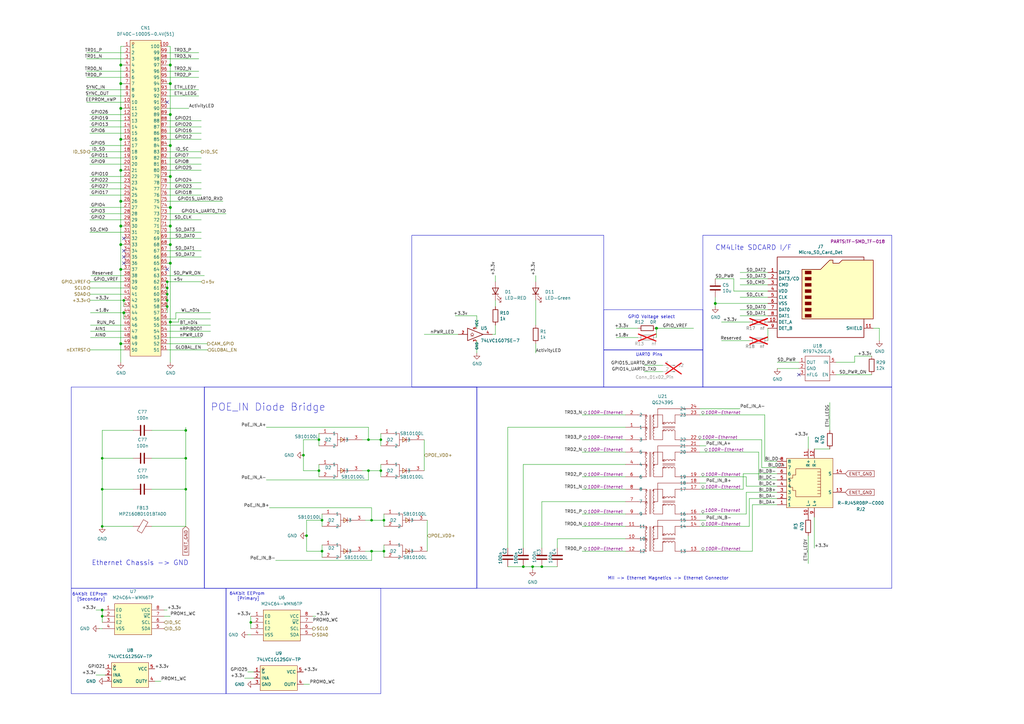
<source format=kicad_sch>
(kicad_sch (version 20231120) (generator "eeschema") (generator_version "8.0")
  (paper "A3")
  (title_block (title "Compute Module 4 IO Board - GPIO - Ethernet") (rev "1") (company "© 2020-2022 Raspberry Pi Ltd (formerly Raspberry Pi (Trading) Ltd.)") (comment 1 "www.raspberrypi.com"))
  (junction (at 49.53 92.71) (diameter 1.016))
  (junction (at 69.85 132.08) (diameter 1.016))
  (junction (at 69.85 59.69) (diameter 1.016))
  (junction (at 156.21 193.04))
  (junction (at 69.85 46.99) (diameter 1.016))
  (junction (at 151.13 193.04))
  (junction (at 269.24 134.62) (diameter 1.016))
  (junction (at 132.08 226.06))
  (junction (at 41.91 187.96))
  (junction (at 76.2 187.96))
  (junction (at 41.91 250.19))
  (junction (at 69.85 72.39) (diameter 1.016))
  (junction (at 69.85 26.67) (diameter 1.016))
  (junction (at 152.4 226.06))
  (junction (at 76.2 200.66))
  (junction (at 69.85 85.09) (diameter 1.016))
  (junction (at 152.4 213.36))
  (junction (at 49.53 69.85) (diameter 1.016))
  (junction (at 157.48 226.06))
  (junction (at 50.8 123.19))
  (junction (at 130.81 180.34))
  (junction (at 130.81 193.04))
  (junction (at 132.08 213.36))
  (junction (at 49.53 26.67) (diameter 1.016))
  (junction (at 49.53 100.33) (diameter 1.016))
  (junction (at 49.53 44.45) (diameter 1.016))
  (junction (at 41.91 215.9))
  (junction (at 151.13 180.34))
  (junction (at 68.58 118.11))
  (junction (at 156.21 180.34))
  (junction (at 222.25 232.41))
  (junction (at 68.58 115.57))
  (junction (at 69.85 107.95) (diameter 1.016))
  (junction (at 76.2 176.53))
  (junction (at 69.85 34.29) (diameter 1.016))
  (junction (at 293.37 124.46) (diameter 1.016))
  (junction (at 69.85 92.71) (diameter 1.016))
  (junction (at 69.85 100.33) (diameter 1.016))
  (junction (at 41.91 252.73))
  (junction (at 49.53 82.55) (diameter 1.016))
  (junction (at 41.91 200.66))
  (junction (at 157.48 213.36))
  (junction (at 50.8 128.27) (diameter 1.016))
  (junction (at 102.87 255.27))
  (junction (at 68.58 120.65))
  (junction (at 68.58 123.19))
  (junction (at 124.46 186.69))
  (junction (at 125.73 219.71))
  (junction (at 214.63 232.41))
  (junction (at 49.53 110.49) (diameter 1.016))
  (junction (at 49.53 34.29) (diameter 1.016))
  (junction (at 218.44 232.41))
  (junction (at 49.53 57.15) (diameter 1.016))
  (junction (at 49.53 140.97) (diameter 1.016))
  (junction (at 68.58 125.73))
  (no_connect (at 327.66 153.67))
  (no_connect (at 68.58 110.49))
  (no_connect (at 50.8 97.79))
  (no_connect (at 68.58 41.91))
  (no_connect (at 50.8 107.95))
  (no_connect (at 50.8 105.41))
  (no_connect (at 50.8 102.87))
  (wire (pts (xy 36.83 118.11) (xy 50.8 118.11)))
  (wire (pts (xy 132.08 213.36) (xy 132.08 215.9)))
  (wire (pts (xy 35.56 36.83) (xy 50.8 36.83)))
  (wire (pts (xy 287.02 210.82) (xy 306.07 210.82)))
  (polyline (pts (xy 247.65 143.51) (xy 248.92 143.51)) (stroke (width 0) (type solid)))
  (wire (pts (xy 152.4 213.36) (xy 157.48 213.36)))
  (wire (pts (xy 306.07 199.39) (xy 318.77 199.39)))
  (wire (pts (xy 49.53 57.15) (xy 50.8 57.15)))
  (wire (pts (xy 195.58 134.62) (xy 195.58 129.54)))
  (wire (pts (xy 69.85 132.08) (xy 69.85 148.59)))
  (wire (pts (xy 307.34 204.47) (xy 318.77 204.47)))
  (wire (pts (xy 68.58 21.59) (xy 81.534 21.59)))
  (wire (pts (xy 214.63 190.5) (xy 256.54 190.5)))
  (wire (pts (xy 311.15 196.85) (xy 318.77 196.85)))
  (wire (pts (xy 203.2 133.35) (xy 203.2 137.16)))
  (wire (pts (xy 109.22 196.85) (xy 151.13 196.85)))
  (wire (pts (xy 54.61 176.53) (xy 41.91 176.53)))
  (wire (pts (xy 173.99 137.16) (xy 187.96 137.16)))
  (wire (pts (xy 69.85 46.99) (xy 69.85 59.69)))
  (wire (pts (xy 49.53 44.45) (xy 49.53 57.15)))
  (wire (pts (xy 68.58 85.09) (xy 69.85 85.09)))
  (wire (pts (xy 127 280.67) (xy 124.46 280.67)))
  (wire (pts (xy 130.81 193.04) (xy 130.81 195.58)))
  (wire (pts (xy 36.83 90.17) (xy 50.8 90.17)))
  (wire (pts (xy 218.44 232.41) (xy 222.25 232.41)))
  (wire (pts (xy 287.02 215.9) (xy 307.34 215.9)))
  (wire (pts (xy 269.24 134.62) (xy 269.24 138.43)))
  (wire (pts (xy 156.21 193.04) (xy 156.21 195.58)))
  (wire (pts (xy 37.084 138.43) (xy 50.8 138.43)))
  (wire (pts (xy 252.73 134.62) (xy 261.62 134.62)))
  (wire (pts (xy 287.02 213.36) (xy 289.56 213.36)))
  (wire (pts (xy 308.61 207.01) (xy 308.61 226.06)))
  (wire (pts (xy 311.15 196.85) (xy 311.15 185.42)))
  (wire (pts (xy 287.02 182.88) (xy 289.56 182.88)))
  (wire (pts (xy 68.58 80.01) (xy 82.55 80.01)))
  (wire (pts (xy 62.23 176.53) (xy 76.2 176.53)))
  (wire (pts (xy 72.136 128.27) (xy 86.36 128.27)))
  (wire (pts (xy 69.85 252.73) (xy 67.31 252.73)))
  (wire (pts (xy 68.58 34.29) (xy 69.85 34.29)))
  (wire (pts (xy 228.6 220.98) (xy 256.54 220.98)))
  (wire (pts (xy 342.9 153.67) (xy 357.505 153.67)))
  (wire (pts (xy 214.63 232.41) (xy 218.44 232.41)))
  (polyline (pts (xy 288.29 158.75) (xy 288.29 96.52)) (stroke (width 0) (type solid)))
  (wire (pts (xy 36.83 115.57) (xy 50.8 115.57)))
  (wire (pts (xy 287.02 170.18) (xy 313.69 170.18)))
  (wire (pts (xy 68.58 52.07) (xy 82.55 52.07)))
  (wire (pts (xy 69.85 85.09) (xy 69.85 92.71)))
  (wire (pts (xy 49.53 19.05) (xy 49.53 26.67)))
  (wire (pts (xy 156.21 190.5) (xy 156.21 193.04)))
  (wire (pts (xy 68.58 125.73) (xy 68.58 128.27)))
  (wire (pts (xy 68.58 36.83) (xy 81.534 36.83)))
  (wire (pts (xy 36.83 59.69) (xy 50.8 59.69)))
  (wire (pts (xy 129.54 252.73) (xy 128.27 252.73)))
  (wire (pts (xy 238.76 195.58) (xy 256.54 195.58)))
  (wire (pts (xy 68.58 44.45) (xy 77.47 44.45)))
  (wire (pts (xy 110.49 208.28) (xy 152.4 208.28)))
  (wire (pts (xy 68.58 87.63) (xy 92.71 87.63)))
  (wire (pts (xy 148.59 193.04) (xy 151.13 193.04)))
  (wire (pts (xy 68.58 133.35) (xy 86.36 133.35)))
  (wire (pts (xy 307.34 215.9) (xy 307.34 204.47)))
  (wire (pts (xy 49.53 69.85) (xy 50.8 69.85)))
  (wire (pts (xy 41.91 187.96) (xy 54.61 187.96)))
  (wire (pts (xy 68.58 19.05) (xy 69.85 19.05)))
  (wire (pts (xy 37.084 133.35) (xy 50.8 133.35)))
  (wire (pts (xy 68.58 67.31) (xy 82.55 67.31)))
  (wire (pts (xy 264.16 152.4) (xy 271.78 152.4)))
  (wire (pts (xy 102.87 255.27) (xy 102.87 257.81)))
  (wire (pts (xy 68.58 107.95) (xy 69.85 107.95)))
  (wire (pts (xy 203.2 123.19) (xy 203.2 125.73)))
  (wire (pts (xy 35.56 39.37) (xy 50.8 39.37)))
  (wire (pts (xy 39.37 276.86) (xy 43.18 276.86)))
  (wire (pts (xy 41.91 200.66) (xy 41.91 215.9)))
  (wire (pts (xy 68.58 140.97) (xy 85.09 140.97)))
  (wire (pts (xy 132.08 210.82) (xy 132.08 213.36)))
  (wire (pts (xy 295.91 132.08) (xy 307.34 132.08)))
  (wire (pts (xy 68.58 46.99) (xy 69.85 46.99)))
  (wire (pts (xy 68.58 138.43) (xy 82.55 138.43)))
  (wire (pts (xy 69.85 132.08) (xy 73.2282 132.08)))
  (wire (pts (xy 68.58 26.67) (xy 69.85 26.67)))
  (wire (pts (xy 287.02 200.66) (xy 304.8 200.66)))
  (wire (pts (xy 68.58 24.13) (xy 81.534 24.13)))
  (wire (pts (xy 50.8 19.05) (xy 49.53 19.05)))
  (wire (pts (xy 130.81 180.34) (xy 130.81 182.88)))
  (wire (pts (xy 37.084 128.27) (xy 50.8 128.27)))
  (wire (pts (xy 62.23 187.96) (xy 76.2 187.96)))
  (wire (pts (xy 68.58 82.55) (xy 91.44 82.55)))
  (wire (pts (xy 219.71 113.03) (xy 219.71 115.57)))
  (wire (pts (xy 50.8 128.27) (xy 51.054 128.27)))
  (wire (pts (xy 222.25 205.74) (xy 256.54 205.74)))
  (wire (pts (xy 50.8 140.97) (xy 49.53 140.97)))
  (wire (pts (xy 300.99 119.38) (xy 300.99 114.3)))
  (wire (pts (xy 36.83 46.99) (xy 50.8 46.99)))
  (wire (pts (xy 36.83 120.65) (xy 50.8 120.65)))
  (wire (pts (xy 222.25 205.74) (xy 222.25 224.79)))
  (polyline (pts (xy 248.92 127) (xy 288.29 127)) (stroke (width 0) (type solid)))
  (wire (pts (xy 151.13 175.26) (xy 151.13 180.34)))
  (wire (pts (xy 314.96 134.62) (xy 314.96 139.7)))
  (wire (pts (xy 149.86 213.36) (xy 152.4 213.36)))
  (wire (pts (xy 68.58 115.57) (xy 82.55 115.57)))
  (wire (pts (xy 350.52 146.05) (xy 350.52 148.59)))
  (wire (pts (xy 331.47 231.14) (xy 331.47 219.71)))
  (wire (pts (xy 69.85 92.71) (xy 69.85 100.33)))
  (wire (pts (xy 306.07 195.58) (xy 306.07 199.39)))
  (wire (pts (xy 49.53 82.55) (xy 50.8 82.55)))
  (wire (pts (xy 124.46 193.04) (xy 130.81 193.04)))
  (wire (pts (xy 76.2 176.53) (xy 76.2 187.96)))
  (wire (pts (xy 219.71 123.19) (xy 219.71 133.35)))
  (wire (pts (xy 68.58 62.23) (xy 82.55 62.23)))
  (wire (pts (xy 69.85 72.39) (xy 69.85 85.09)))
  (wire (pts (xy 36.83 54.61) (xy 50.8 54.61)))
  (wire (pts (xy 68.58 69.85) (xy 82.55 69.85)))
  (wire (pts (xy 287.02 180.34) (xy 312.42 180.34)))
  (wire (pts (xy 76.2 187.96) (xy 76.2 200.66)))
  (wire (pts (xy 222.25 232.41) (xy 228.6 232.41)))
  (wire (pts (xy 313.69 170.18) (xy 313.69 189.23)))
  (wire (pts (xy 49.53 92.71) (xy 50.8 92.71)))
  (wire (pts (xy 318.77 207.01) (xy 308.61 207.01)))
  (wire (pts (xy 208.28 232.41) (xy 214.63 232.41)))
  (wire (pts (xy 68.58 77.47) (xy 82.55 77.47)))
  (wire (pts (xy 62.23 215.9) (xy 76.2 215.9)))
  (wire (pts (xy 195.58 129.54) (xy 186.69 129.54)))
  (wire (pts (xy 49.53 110.49) (xy 49.53 140.97)))
  (wire (pts (xy 304.8 200.66) (xy 304.8 194.31)))
  (wire (pts (xy 238.76 170.18) (xy 256.54 170.18)))
  (wire (pts (xy 287.02 198.12) (xy 289.56 198.12)))
  (wire (pts (xy 214.63 190.5) (xy 214.63 224.79)))
  (wire (pts (xy 68.58 120.65) (xy 68.58 123.19)))
  (wire (pts (xy 313.69 189.23) (xy 318.77 189.23)))
  (wire (pts (xy 342.9 148.59) (xy 350.52 148.59)))
  (wire (pts (xy 238.76 226.06) (xy 256.54 226.06)))
  (wire (pts (xy 36.83 62.23) (xy 50.8 62.23)))
  (wire (pts (xy 82.55 90.17) (xy 68.58 90.17)))
  (wire (pts (xy 148.59 180.34) (xy 151.13 180.34)))
  (wire (pts (xy 68.58 59.69) (xy 69.85 59.69)))
  (wire (pts (xy 152.4 226.06) (xy 157.48 226.06)))
  (wire (pts (xy 62.23 200.66) (xy 76.2 200.66)))
  (wire (pts (xy 36.83 52.07) (xy 50.8 52.07)))
  (wire (pts (xy 41.91 187.96) (xy 41.91 200.66)))
  (wire (pts (xy 252.73 138.43) (xy 261.62 138.43)))
  (wire (pts (xy 39.37 250.19) (xy 41.91 250.19)))
  (wire (pts (xy 36.83 95.25) (xy 50.8 95.25)))
  (wire (pts (xy 37.084 135.89) (xy 50.8 135.89)))
  (wire (pts (xy 113.03 229.87) (xy 152.4 229.87)))
  (wire (pts (xy 68.58 29.21) (xy 81.534 29.21)))
  (wire (pts (xy 151.13 180.34) (xy 156.21 180.34)))
  (wire (pts (xy 334.01 224.79) (xy 334.01 212.09)))
  (wire (pts (xy 109.22 175.26) (xy 151.13 175.26)))
  (wire (pts (xy 314.96 129.54) (xy 303.53 129.54)))
  (wire (pts (xy 238.76 180.34) (xy 256.54 180.34)))
  (wire (pts (xy 68.58 115.57) (xy 68.58 118.11)))
  (wire (pts (xy 124.46 186.69) (xy 124.46 193.04)))
  (wire (pts (xy 35.56 41.91) (xy 50.8 41.91)))
  (polyline (pts (xy 247.65 143.51) (xy 247.65 127)) (stroke (width 0) (type solid)))
  (wire (pts (xy 35.56 21.59) (xy 50.8 21.59)))
  (wire (pts (xy 132.08 213.36) (xy 125.73 213.36)))
  (wire (pts (xy 124.46 180.34) (xy 124.46 186.69)))
  (wire (pts (xy 68.58 31.75) (xy 81.534 31.75)))
  (wire (pts (xy 41.91 215.9) (xy 54.61 215.9)))
  (wire (pts (xy 312.42 191.77) (xy 318.77 191.77)))
  (wire (pts (xy 36.83 85.09) (xy 50.8 85.09)))
  (wire (pts (xy 36.83 49.53) (xy 50.8 49.53)))
  (wire (pts (xy 303.53 111.76) (xy 314.96 111.76)))
  (wire (pts (xy 151.13 193.04) (xy 151.13 196.85)))
  (wire (pts (xy 68.58 39.37) (xy 81.534 39.37)))
  (wire (pts (xy 195.58 139.7) (xy 195.58 144.78)))
  (wire (pts (xy 287.02 195.58) (xy 306.07 195.58)))
  (wire (pts (xy 49.53 100.33) (xy 50.8 100.33)))
  (wire (pts (xy 101.6 275.59) (xy 104.14 275.59)))
  (polyline (pts (xy 365.76 96.52) (xy 365.76 158.75)) (stroke (width 0) (type solid)))
  (wire (pts (xy 203.2 137.16) (xy 201.93 137.16)))
  (wire (pts (xy 264.16 149.86) (xy 271.78 149.86)))
  (wire (pts (xy 156.21 177.8) (xy 156.21 180.34)))
  (wire (pts (xy 36.83 143.51) (xy 50.8 143.51)))
  (wire (pts (xy 304.8 194.31) (xy 318.77 194.31)))
  (polyline (pts (xy 288.29 127) (xy 288.29 143.51)) (stroke (width 0) (type solid)))
  (wire (pts (xy 102.87 252.73) (xy 102.87 255.27)))
  (wire (pts (xy 68.58 113.03) (xy 83.82 113.03)))
  (wire (pts (xy 360.68 134.62) (xy 360.68 139.7)))
  (wire (pts (xy 101.6 260.35) (xy 102.87 260.35)))
  (wire (pts (xy 68.58 64.77) (xy 82.55 64.77)))
  (wire (pts (xy 68.58 49.53) (xy 82.55 49.53)))
  (wire (pts (xy 238.76 210.82) (xy 256.54 210.82)))
  (wire (pts (xy 152.4 208.28) (xy 152.4 213.36)))
  (wire (pts (xy 295.91 139.7) (xy 307.34 139.7)))
  (wire (pts (xy 203.2 113.03) (xy 203.2 115.57)))
  (wire (pts (xy 69.85 26.67) (xy 69.85 34.29)))
  (wire (pts (xy 157.48 210.82) (xy 157.48 213.36)))
  (wire (pts (xy 36.83 67.31) (xy 50.8 67.31)))
  (wire (pts (xy 50.8 125.73) (xy 50.8 123.19)))
  (wire (pts (xy 125.73 226.06) (xy 132.08 226.06)))
  (wire (pts (xy 68.58 118.11) (xy 68.58 120.65)))
  (wire (pts (xy 36.83 64.77) (xy 50.8 64.77)))
  (wire (pts (xy 306.07 201.93) (xy 318.77 201.93)))
  (wire (pts (xy 36.83 80.01) (xy 50.8 80.01)))
  (wire (pts (xy 41.91 250.19) (xy 41.91 252.73)))
  (wire (pts (xy 238.76 185.42) (xy 256.54 185.42)))
  (wire (pts (xy 132.08 226.06) (xy 132.08 228.6)))
  (wire (pts (xy 68.58 74.93) (xy 82.55 74.93)))
  (wire (pts (xy 50.8 130.81) (xy 50.8 128.27)))
  (wire (pts (xy 69.85 59.69) (xy 69.85 72.39)))
  (polyline (pts (xy 365.76 158.75) (xy 288.29 158.75)) (stroke (width 0) (type solid)))
  (wire (pts (xy 312.42 180.34) (xy 312.42 191.77)))
  (wire (pts (xy 293.37 121.92) (xy 293.37 124.46)))
  (wire (pts (xy 68.58 100.33) (xy 69.85 100.33)))
  (wire (pts (xy 228.6 220.98) (xy 228.6 224.79)))
  (wire (pts (xy 68.58 143.51) (xy 85.09 143.51)))
  (wire (pts (xy 238.76 215.9) (xy 256.54 215.9)))
  (wire (pts (xy 132.08 223.52) (xy 132.08 226.06)))
  (wire (pts (xy 49.53 110.49) (xy 50.8 110.49)))
  (wire (pts (xy 303.53 127) (xy 314.96 127)))
  (wire (pts (xy 208.28 175.26) (xy 256.54 175.26)))
  (wire (pts (xy 293.37 114.3) (xy 300.99 114.3)))
  (wire (pts (xy 49.53 44.45) (xy 50.8 44.45)))
  (wire (pts (xy 73.2282 132.08) (xy 73.2282 130.81)))
  (wire (pts (xy 50.8 34.29) (xy 49.53 34.29)))
  (wire (pts (xy 69.85 34.29) (xy 69.85 46.99)))
  (wire (pts (xy 238.76 200.66) (xy 256.54 200.66)))
  (wire (pts (xy 173.99 180.34) (xy 173.99 193.04)))
  (wire (pts (xy 35.56 29.21) (xy 50.8 29.21)))
  (wire (pts (xy 68.58 123.19) (xy 68.58 125.73)))
  (wire (pts (xy 151.13 193.04) (xy 156.21 193.04)))
  (wire (pts (xy 130.81 190.5) (xy 130.81 193.04)))
  (wire (pts (xy 68.58 130.81) (xy 72.136 130.81)))
  (wire (pts (xy 49.53 34.29) (xy 49.53 44.45)))
  (wire (pts (xy 314.96 119.38) (xy 300.99 119.38)))
  (wire (pts (xy 157.48 223.52) (xy 157.48 226.06)))
  (wire (pts (xy 36.83 74.93) (xy 50.8 74.93)))
  (wire (pts (xy 287.02 226.06) (xy 308.61 226.06)))
  (wire (pts (xy 82.55 102.87) (xy 68.58 102.87)))
  (wire (pts (xy 130.81 180.34) (xy 124.46 180.34)))
  (wire (pts (xy 36.83 77.47) (xy 50.8 77.47)))
  (wire (pts (xy 68.58 57.15) (xy 82.55 57.15)))
  (wire (pts (xy 327.66 148.59) (xy 318.77 148.59)))
  (wire (pts (xy 68.58 250.19) (xy 67.31 250.19)))
  (wire (pts (xy 68.58 92.71) (xy 69.85 92.71)))
  (wire (pts (xy 50.8 26.67) (xy 49.53 26.67)))
  (wire (pts (xy 49.53 82.55) (xy 49.53 92.71)))
  (wire (pts (xy 37.2872 113.03) (xy 50.8 113.03)))
  (wire (pts (xy 41.91 200.66) (xy 54.61 200.66)))
  (wire (pts (xy 340.36 184.15) (xy 334.01 184.15)))
  (polyline (pts (xy 288.29 96.52) (xy 365.76 96.52)) (stroke (width 0) (type solid)))
  (wire (pts (xy 49.53 92.71) (xy 49.53 100.33)))
  (wire (pts (xy 157.48 213.36) (xy 157.48 215.9)))
  (wire (pts (xy 49.53 100.33) (xy 49.53 110.49)))
  (wire (pts (xy 69.85 19.05) (xy 69.85 26.67)))
  (wire (pts (xy 49.53 140.97) (xy 49.53 148.59)))
  (wire (pts (xy 130.81 177.8) (xy 130.81 180.34)))
  (wire (pts (xy 218.44 232.41) (xy 218.44 233.68)))
  (wire (pts (xy 219.71 144.78) (xy 219.71 140.97)))
  (wire (pts (xy 36.83 123.19) (xy 50.8 123.19)))
  (wire (pts (xy 41.91 176.53) (xy 41.91 187.96)))
  (wire (pts (xy 149.86 226.06) (xy 152.4 226.06)))
  (wire (pts (xy 76.2 175.26) (xy 76.2 176.53)))
  (polyline (pts (xy 248.92 127) (xy 247.65 127)) (stroke (width 0) (type solid)))
  (wire (pts (xy 314.96 114.3) (xy 303.53 114.3)))
  (wire (pts (xy 314.96 121.92) (xy 303.53 121.92)))
  (wire (pts (xy 72.136 130.81) (xy 72.136 128.27)))
  (wire (pts (xy 152.4 226.06) (xy 152.4 229.87)))
  (wire (pts (xy 49.53 57.15) (xy 49.53 69.85)))
  (wire (pts (xy 358.14 134.62) (xy 360.68 134.62)))
  (wire (pts (xy 68.58 97.79) (xy 82.55 97.79)))
  (wire (pts (xy 69.85 100.33) (xy 69.85 107.95)))
  (wire (pts (xy 125.73 219.71) (xy 125.73 226.06)))
  (wire (pts (xy 68.58 105.41) (xy 82.55 105.41)))
  (wire (pts (xy 66.04 279.4) (xy 63.5 279.4)))
  (wire (pts (xy 76.2 200.66) (xy 76.2 215.9)))
  (polyline (pts (xy 288.29 143.51) (xy 248.92 143.51)) (stroke (width 0) (type solid)))
  (wire (pts (xy 287.02 167.64) (xy 303.53 167.64)))
  (wire (pts (xy 40.64 257.81) (xy 41.91 257.81)))
  (wire (pts (xy 287.02 185.42) (xy 311.15 185.42)))
  (wire (pts (xy 293.37 124.46) (xy 293.37 125.73)))
  (wire (pts (xy 35.56 24.13) (xy 50.8 24.13)))
  (wire (pts (xy 36.83 87.63) (xy 50.8 87.63)))
  (wire (pts (xy 331.47 179.07) (xy 331.47 184.15)))
  (wire (pts (xy 82.55 95.25) (xy 68.58 95.25)))
  (wire (pts (xy 100.33 278.13) (xy 104.14 278.13)))
  (wire (pts (xy 68.58 135.89) (xy 86.36 135.89)))
  (wire (pts (xy 125.73 213.36) (xy 125.73 219.71)))
  (wire (pts (xy 68.58 54.61) (xy 82.55 54.61)))
  (wire (pts (xy 303.53 116.84) (xy 314.96 116.84)))
  (wire (pts (xy 156.21 180.34) (xy 156.21 182.88)))
  (wire (pts (xy 36.83 72.39) (xy 50.8 72.39)))
  (wire (pts (xy 293.37 124.46) (xy 314.96 124.46)))
  (wire (pts (xy 269.24 134.62) (xy 284.48 134.62)))
  (wire (pts (xy 69.85 107.95) (xy 69.85 132.08)))
  (wire (pts (xy 357.505 146.05) (xy 350.52 146.05)))
  (wire (pts (xy 340.36 165.1) (xy 340.36 176.53)))
  (wire (pts (xy 157.48 226.06) (xy 157.48 228.6)))
  (wire (pts (xy 41.91 252.73) (xy 41.91 255.27)))
  (wire (pts (xy 208.28 175.26) (xy 208.28 224.79)))
  (wire (pts (xy 306.07 210.82) (xy 306.07 201.93)))
  (wire (pts (xy 73.2282 130.81) (xy 86.36 130.81)))
  (wire (pts (xy 35.56 31.75) (xy 50.8 31.75)))
  (wire (pts (xy 49.53 69.85) (xy 49.53 82.55)))
  (wire (pts (xy 68.58 72.39) (xy 69.85 72.39)))
  (wire (pts (xy 175.26 213.36) (xy 175.26 226.06)))
  (wire (pts (xy 327.66 151.13) (xy 318.77 151.13)))
  (wire (pts (xy 49.53 26.67) (xy 49.53 34.29)))
  (rectangle (start 29.21 158.75) (end 83.82 241.3))
  (rectangle (start 92.71 241.3) (end 156.21 284.48))
  (rectangle (start 168.91 96.52) (end 247.65 158.75))
  (rectangle (start 29.21 241.3) (end 92.71 284.48))
  (rectangle (start 247.65 143.51) (end 288.29 158.75))
  (rectangle (start 83.82 158.75) (end 195.58 241.3) (stroke (width 0.2)))
  (rectangle (start 195.58 158.75) (end 365.76 241.3))
  (text "MII -> Ethernet Magnetics -> Ethernet Connector" (at 274.066 237.236 0) (effects (font (size 1.27 1.27))))
  (text "Ethernet Chassis -> GND" (at 37.592 232.156 0) (effects (font (size 2.007 2.007)) (justify left bottom)))
  (text "CM4Lite SDCARD I/F" (at 293.37 102.87 0) (effects (font (size 2.007 2.007)) (justify left bottom)))
  (text "UART0 Pins" (at 271.78 146.304 0) (effects (font (size 1.27 1.27)) (justify right bottom)))
  (text "GPIO Voltage select\n" (at 276.86 130.81 0) (effects (font (size 1.27 1.27)) (justify right bottom)))
  (text "POE_IN Diode Bridge" (at 86.36 168.91 0) (effects (font (size 3 3)) (justify left bottom)))
  (text "64Kbit EEProm \n[Primary]" (at 101.854 244.602 0) (effects (font (size 1.27 1.27))))
  (text "64Kbit EEProm \n[Secondary]" (at 37.338 244.856 0) (effects (font (size 1.27 1.27))))
  (label "GPIO15_UART0_RXD" (at 269.24 149.86 180))
  (label "+3.3v" (at 257.81 134.62 180))
  (label "GPIO12" (at 78.74 57.15 180))
  (label "BI_DC-" (at 311.15 196.85 0))
  (label "TRD1_P" (at 238.76 210.82 180))
  (label "PROM1_WC" (at 66.04 279.4 0))
  (label "+3.3v" (at 102.87 252.73 180))
  (label "GPIO25" (at 101.6 275.59 180))
  (label "GPIO23" (at 78.74 77.47 180))
  (label "SD_PWR_ON" (at 71.12 113.03 0))
  (label "PoE_IN_A+" (at 109.22 175.26 180))
  (label "ID_SC" (at 77.47 62.23 180))
  (label "GPIO14_UART0_TXD" (at 92.71 87.63 180))
  (label "TRD2_P" (at 238.76 195.58 180))
  (label "TRD1_P" (at 41.91 21.59 180))
  (label "Reserved" (at 46.355 113.03 180))
  (label "SD_DAT3" (at 306.07 114.3 0))
  (label "SD_DAT3" (at 80.01 95.25 180))
  (label "SD_DAT0" (at 306.07 127 0))
  (label "nPWR_LED" (at 73.66 138.43 0))
  (label "+3.3v" (at 39.37 250.19 180))
  (label "SD_PWR" (at 293.37 114.3 0))
  (label "PoE_IN_A-" (at 109.22 196.85 180))
  (label "ETH_LEDG" (at 340.36 175.26 90))
  (label "SD_DAT0" (at 80.01 97.79 180))
  (label "GPIO14_UART0_TXD" (at 269.24 152.4 180))
  (label "GPIO20" (at 78.74 52.07 180))
  (label "SD_DAT1" (at 306.07 129.54 0))
  (label "+3.3v" (at 68.58 250.19 0))
  (label "+3.3v" (at 219.71 113.03 90))
  (label "+1.8v" (at 257.81 138.43 180))
  (label "TRD1_N" (at 238.76 200.66 180))
  (label "TRD0_P" (at 238.76 226.06 180))
  (label "BT_nDis" (at 81.1276 133.35 180))
  (label "+3.3v" (at 39.37 276.86 180))
  (label "SD_DAT2" (at 80.01 105.41 180))
  (label "EEPROM_nWP" (at 47.752 41.91 180))
  (label "GPIO8" (at 77.47 67.31 180))
  (label "+3.3v" (at 63.5 274.32 0))
  (label "GPIO26" (at 44.45 46.99 180))
  (label "+3.3v" (at 302.26 132.08 180))
  (label "SYNC_IN" (at 43.18 36.83 180))
  (label "GPIO18" (at 78.74 80.01 180))
  (label "GPIO15_UART0_RXD" (at 91.44 82.55 180))
  (label "SD_PWR" (at 318.77 148.59 0))
  (label "GPIO21" (at 43.18 274.32 180))
  (label "TRD2_P" (at 71.374 31.75 0))
  (label "GPIO_VREF" (at 271.78 134.62 0))
  (label "GPIO25" (at 78.74 69.85 180))
  (label "nRPIBOOT" (at 83.0072 135.89 180))
  (label "GPIO_VREF" (at 38.354 115.57 0))
  (label "BI_DB+" (at 311.15 201.93 0))
  (label "GPIO6" (at 43.18 54.61 180))
  (label "TRD3_N" (at 71.374 24.13 0))
  (label "TRD3_P" (at 238.76 180.34 180))
  (label "+3.3v" (at 357.505 146.05 180))
  (label "GPIO13" (at 44.45 52.07 180))
  (label "+3.3v" (at 129.54 252.73 0))
  (label "+3.3v" (at 191.77 129.54 180))
  (label "BI_DC+" (at 311.15 199.39 0))
  (label "GPIO16" (at 78.74 54.61 180))
  (label "AIN1" (at 43.434 135.89 180))
  (label "TRD0_N" (at 41.91 29.21 180))
  (label "PROM1_WC" (at 69.85 252.73 0))
  (label "SD_CMD" (at 44.45 95.25 180))
  (label "GPIO22" (at 44.45 74.93 180))
  (label "SD_CLK" (at 306.07 121.92 0))
  (label "+3.3v" (at 100.33 278.13 180))
  (label "PROM0_WC" (at 127 280.67 0))
  (label "GPIO19" (at 44.45 49.53 180))
  (label "+3.3v" (at 124.46 275.59 0))
  (label "GPIO4" (at 43.18 85.09 180))
  (label "TRD0_N" (at 238.76 215.9 180))
  (label "TRD3_N" (at 238.76 170.18 180))
  (label "GPIO5" (at 43.18 59.69 180))
  (label "+3.3v" (at 44.704 123.19 180))
  (label "PoE_IN_B+" (at 289.56 198.12 0))
  (label "+5v" (at 74.93 115.57 180))
  (label "SYNC_OUT" (at 44.704 39.37 180))
  (label "PoE_IN_B+" (at 110.49 208.28 180))
  (label "BI_DD+" (at 314.96 191.77 0))
  (label "PoE_IN_A+" (at 289.56 182.88 0))
  (label "GLOBAL_EN" (at 82.55 143.51 180))
  (label "GPIO27" (at 44.45 77.47 180))
  (label "+3.3v" (at 334.01 224.79 0))
  (label "GPIO11" (at 44.45 64.77 180))
  (label "+1.8v" (at 44.704 128.27 180))
  (label "PoE_IN_B-" (at 289.56 213.36 0))
  (label "RUN_PG" (at 47.244 133.35 180))
  (label "nPWR_LED" (at 176.53 137.16 0))
  (label "BI_DB-" (at 311.15 194.31 0))
  (label "TRD3_P" (at 71.374 21.59 0))
  (label "GPIO7" (at 77.47 64.77 180))
  (label "SD_DAT1" (at 80.01 102.87 180))
  (label "TRD1_N" (at 41.91 24.13 180))
  (label "ETH_LEDG" (at 71.374 39.37 0))
  (label "ActivityLED" (at 77.47 44.45 0))
  (label "ETH_LEDY" (at 71.374 36.83 0))
  (label "ETH_LEDY" (at 331.47 220.98 270))
  (label "SD_PWR_ON" (at 344.17 153.67 0))
  (label "PROM0_WC" (at 128.27 255.27 0))
  (label "+3.3v" (at 331.47 179.07 180))
  (label "GPIO3" (at 43.18 87.63 180))
  (label "GPIO17" (at 44.45 80.01 180))
  (label "GPIO2" (at 43.18 90.17 180))
  (label "WL_nDis" (at 81.915 128.27 180))
  (label "ID_SD" (at 43.18 62.23 180))
  (label "TRD2_N" (at 71.374 29.21 0))
  (label "GPIO9" (at 43.18 67.31 180))
  (label "TRD2_N" (at 238.76 185.42 180))
  (label "PoE_IN_B-" (at 113.03 229.87 180))
  (label "ActivityLED" (at 219.71 144.78 0))
  (label "SD_CLK" (at 78.74 90.17 180))
  (label "GPIO24" (at 78.74 74.93 180))
  (label "BI_DA-" (at 311.15 204.47 0))
  (label "BI_DD-" (at 313.69 189.23 0))
  (label "SD_CMD" (at 306.07 116.84 0))
  (label "PoE_IN_A-" (at 303.53 167.64 0))
  (label "+3.3v" (at 203.2 113.03 90))
  (label "GPIO10" (at 44.45 72.39 180))
  (label "GPIO21" (at 78.74 49.53 180))
  (label "TRD0_P" (at 41.91 31.75 180))
  (label "AIN0" (at 43.434 138.43 180))
  (label "BI_DA+" (at 311.15 207.01 0))
  (label "SD_DAT2" (at 306.07 111.76 0))
  (label "Reserved" (at 304.165 139.7 180))
  (global_label "ENET_GND" (shape input) (at 346.71 201.93 0) (property "Intersheetrefs" "${INTERSHEET_REFS}" (effects (hide yes))))
  (global_label "ENET_GND" (shape input) (at 346.71 194.31 0) (property "Intersheetrefs" "${INTERSHEET_REFS}" (effects (hide yes))))
  (global_label "ENET_GND" (shape input) (at 76.2 215.9 270) (property "Intersheetrefs" "${INTERSHEET_REFS}" (effects (hide yes))))
  (hierarchical_label "+5v" (shape input) (at 82.55 115.57 0))
  (hierarchical_label "GLOBAL_EN" (shape input) (at 85.09 143.51 0))
  (hierarchical_label "ID_SC" (shape output) (at 82.55 62.23 0))
  (hierarchical_label "SDA0" (shape output) (at 128.27 260.35 0))
  (hierarchical_label "ID_SD" (shape input) (at 67.31 257.81 0))
  (hierarchical_label "POE_VDD+" (shape input) (at 175.26 219.71 0))
  (hierarchical_label "POE_VDD+" (shape input) (at 173.99 186.69 0))
  (hierarchical_label "SCL0" (shape output) (at 128.27 257.81 0))
  (hierarchical_label "ID_SC" (shape input) (at 67.31 255.27 0))
  (hierarchical_label "SCL0" (shape output) (at 36.83 118.11 180))
  (hierarchical_label "ID_SD" (shape output) (at 36.83 62.23 180))
  (hierarchical_label "GPIO_VREF" (shape output) (at 36.83 115.57 180))
  (hierarchical_label "SDA0" (shape output) (at 36.83 120.65 180))
  (hierarchical_label "CAM_GPIO" (shape output) (at 85.09 140.97 0))
  (hierarchical_label "nEXTRST" (shape output) (at 36.83 143.51 180))
  (hierarchical_label "+3.3v" (shape output) (at 36.83 123.19 180))
  (netclass_flag "" (length 1) (shape round) (at 240.03 200.66 0) (property "Netclass" "100R-Ethernet" (at 240.919 199.66 0) (effects (font (italic yes)) (justify left))))
  (netclass_flag "" (length 1) (shape round) (at 240.03 215.9 0) (property "Netclass" "100R-Ethernet" (at 240.919 214.9 0) (effects (font (italic yes)) (justify left))))
  (netclass_flag "" (length 1) (shape round) (at 288.29 226.06 0) (property "Netclass" "100R-Ethernet" (at 289.179 225.06 0) (effects (font (italic yes)) (justify left))))
  (netclass_flag "" (length 1) (shape round) (at 289.56 185.42 0) (property "Netclass" "100R-Ethernet" (at 290.449 184.42 0) (effects (font (italic yes)) (justify left))))
  (netclass_flag "" (length 1) (shape round) (at 240.03 226.06 0) (property "Netclass" "100R-Ethernet" (at 240.919 225.06 0) (effects (font (italic yes)) (justify left))))
  (netclass_flag "" (length 1) (shape round) (at 288.29 215.9 0) (property "Netclass" "100R-Ethernet" (at 289.179 214.9 0) (effects (font (italic yes)) (justify left))))
  (netclass_flag "" (length 1) (shape round) (at 288.29 200.66 0) (property "Netclass" "100R-Ethernet" (at 289.179 199.66 0) (effects (font (italic yes)) (justify left))))
  (netclass_flag "" (length 1) (shape round) (at 240.03 185.42 0) (property "Netclass" "100R-Ethernet" (at 240.919 184.42 0) (effects (font (italic yes)) (justify left))))
  (netclass_flag "" (length 1) (shape round) (at 240.03 180.34 0) (property "Netclass" "100R-Ethernet" (at 240.919 179.34 0) (effects (font (italic yes)) (justify left))))
  (netclass_flag "" (length 1) (shape round) (at 288.29 170.18 0) (property "Netclass" "100R-Ethernet" (at 289.179 169.18 0) (effects (font (italic yes)) (justify left))))
  (netclass_flag "" (length 1) (shape round) (at 240.03 210.82 0) (property "Netclass" "100R-Ethernet" (at 240.919 209.82 0) (effects (font (italic yes)) (justify left))))
  (netclass_flag "" (length 1) (shape round) (at 287.02 180.34 0) (property "Netclass" "100R-Ethernet" (at 287.909 179.34 0) (effects (font (italic yes)) (justify left))))
  (netclass_flag "" (length 1) (shape round) (at 288.29 210.82 0) (property "Netclass" "100R-Ethernet" (at 289.052 209.296 0) (effects (font (italic yes)) (justify left))))
  (netclass_flag "" (length 1) (shape round) (at 288.29 195.58 0) (property "Netclass" "100R-Ethernet" (at 289.179 194.58 0) (effects (font (italic yes)) (justify left))))
  (netclass_flag "" (length 1) (shape round) (at 240.03 195.58 0) (property "Netclass" "100R-Ethernet" (at 240.919 194.58 0) (effects (font (italic yes)) (justify left))))
  (netclass_flag "" (length 1) (shape round) (at 240.03 170.18 0) (property "Netclass" "100R-Ethernet" (at 240.919 169.18 0) (effects (font (italic yes)) (justify left))))
  (symbol (lib_id "Device:C") (at 293.37 118.11 0) (unit 1)
    (property "Reference" "C5" (at 296.291 116.9416 0) (effects (justify left)))
    (property "Value" "10u" (at 296.291 119.253 0) (effects (justify left)))
    (property "Footprint" "Capacitor_SMD:C_0402_1005Metric" (effects (hide yes)))
    (property "Datasheet" "https://search.murata.co.jp/Ceramy/image/img/A01X/G101/ENG/GRM21BR71A106KA73-01.pdf" (effects (hide yes)))
    (property "Field5" "490-14381-1-ND" (effects (hide yes)))
    (property "Field4" "Digikey" (effects (hide yes)))
    (property "Field6" "GRM21BR71A106KA73L" (effects (hide yes)))
    (property "Field7" "Murata" (effects (hide yes)))
    (property "Part Description" "	10uF 10% 10V Ceramic Capacitor X7R 0805 (2012 Metric)" (effects (hide yes)))
    (property "Field8" "111893011" (effects (hide yes)))
    (property "LCSC Part" "C315248" (effects (hide yes)))
  )
  (symbol (lib_id "power:GND") (at 49.53 148.59 0) (unit 1)
    (property "Reference" "#PWR0104" (effects (hide yes)))
    (property "Value" "GND" (at 49.657 152.9842 0))
  )
  (symbol (lib_id "power:GND") (at 69.85 148.59 0) (unit 1)
    (property "Reference" "#PWR0105" (effects (hide yes)))
    (property "Value" "GND" (at 69.977 152.9842 0))
  )
  (symbol (lib_id "power:GND") (at 293.37 125.73 0) (unit 1)
    (property "Reference" "#PWR0107" (effects (hide yes)))
    (property "Value" "GND" (at 293.497 130.1242 0))
  )
  (symbol (lib_id "power:GND") (at 360.68 139.7 0) (unit 1)
    (property "Reference" "#PWR0108" (effects (hide yes)))
    (property "Value" "GND" (at 360.807 144.0942 0))
  )
  (symbol (lib_id "NEW:SB10100L") (at 139.7 213.36 0) (unit 1)
    (property "Reference" "D2" (at 135.89 213.36 0))
    (property "Value" "SB10100L" (at 127 212.09 0))
    (property "Footprint" "PARTS:TO-277A_L4.7-W6.1-LS6.6-TR" (effects (hide yes)))
    (property "Datasheet" "https://lcsc.com/product-detail/Schottky-Barrier-Diodes-SBD_Jiangsu-Yutai-Elec-SB10100L_C113946.html" (effects (hide yes)))
    (property "LCSC Part" "C113946" (effects (hide yes)))
    (instances (project "PCIE_2.5GB_RTL8215BCG" (path "" (reference "D2") (unit 1))) (project "CM4IOv5" (path "" (reference "D5") (unit 1))))
  )
  (symbol (lib_id "NEW:SB10100L") (at 165.1 226.06 0) (unit 1)
    (property "Reference" "D2" (at 161.29 226.06 0))
    (property "Value" "SB10100L" (at 170.18 228.6 0))
    (property "Footprint" "PARTS:TO-277A_L4.7-W6.1-LS6.6-TR" (effects (hide yes)))
    (property "Datasheet" "https://lcsc.com/product-detail/Schottky-Barrier-Diodes-SBD_Jiangsu-Yutai-Elec-SB10100L_C113946.html" (effects (hide yes)))
    (property "LCSC Part" "C113946" (effects (hide yes)))
    (instances (project "PCIE_2.5GB_RTL8215BCG" (path "" (reference "D2") (unit 1))) (project "CM4IOv5" (path "" (reference "D10") (unit 1))))
  )
  (symbol (lib_id "power:GND") (at 218.44 233.68 0) (unit 1)
    (property "Reference" "#PWR022" (effects (hide yes)))
    (property "Value" "GND" (at 218.44 238.76 0))
  )
  (symbol (lib_name "GND_1") (lib_id "power:GND") (at 40.64 257.81 270) (unit 1)
    (property "Reference" "#PWR023" (effects (hide yes)))
    (property "Value" "GND" (at 36.83 257.8099 90) (effects (justify right)))
    (property "Description" "Power symbol creates a global label with name \"GND\" , ground" (effects (hide yes)))
  )
  (symbol (lib_id "NEW:R-RJ45R08P-C000") (at 331.47 196.85 270) (mirror x) (unit 1)
    (property "Reference" "RJ2" (at 353.06 208.8581 90))
    (property "Value" "R-RJ45R08P-C000" (at 353.06 206.3181 90))
    (property "Footprint" "PARTS:RJ45-TH_R-RJ45R08P-C000" (effects (hide yes)))
    (property "Datasheet" "https://lcsc.com/product-detail/Ethernet-Connectors-Modular-Connectors-RJ45-RJ11_Shenzhen-Cankemeng-R-RJ45R08P-C000_C386757.html" (effects (hide yes)))
    (property "LCSC Part" "C386757" (effects (hide yes)))
  )
  (symbol (lib_id "Device:FerriteBead") (at 58.42 215.9 270) (unit 1)
    (property "Reference" "FB13" (at 58.4708 208.28 90))
    (property "Value" "MPZ1608D101BTA00" (at 58.4708 210.82 90))
    (property "Footprint" "Inductor_SMD:L_0603_1608Metric" (effects (hide yes)))
    (property "LCSC Part" "C87554" (effects (hide yes)))
    (instances (project "PCIE_2.5GB_RTL8215BCG" (path "" (reference "FB13") (unit 1))) (project "CM4IOv5" (path "" (reference "FB1") (unit 1))))
  )
  (symbol (lib_id "Device:R") (at 265.43 138.43 90) (unit 1) (dnp yes)
    (property "Reference" "R13" (at 264.16 140.97 90) (effects (justify left)))
    (property "Value" "nf" (at 269.24 140.97 90) (effects (justify left)))
    (property "Footprint" "Resistor_SMD:R_0805_2012Metric" (effects (hide yes)))
    (property "Datasheet" "https://fscdn.rohm.com/en/products/databook/datasheet/passive/resistor/chip_resistor/mcr-e.pdf" (effects (hide yes)))
    (property "Field4" "nf" (effects (hide yes)))
    (property "Field5" "nf" (effects (hide yes)))
    (property "Field6" "nf" (effects (hide yes)))
  )
  (symbol (lib_id "power:GND") (at 195.58 144.78 0) (unit 1)
    (property "Reference" "#PWR05" (effects (hide yes)))
    (property "Value" "GND" (at 195.707 149.1742 0))
  )
  (symbol (lib_name "GND_1") (lib_id "power:GND") (at 104.14 280.67 270) (unit 1)
    (property "Reference" "#PWR027" (effects (hide yes)))
    (property "Value" "GND" (at 100.33 280.6699 90) (effects (justify right)))
    (property "Description" "Power symbol creates a global label with name \"GND\" , ground" (effects (hide yes)))
  )
  (symbol (lib_id "NEW:SB10100L") (at 165.1 213.36 0) (unit 1)
    (property "Reference" "D2" (at 161.29 213.36 0))
    (property "Value" "SB10100L" (at 170.18 210.82 0))
    (property "Footprint" "PARTS:TO-277A_L4.7-W6.1-LS6.6-TR" (effects (hide yes)))
    (property "Datasheet" "https://lcsc.com/product-detail/Schottky-Barrier-Diodes-SBD_Jiangsu-Yutai-Elec-SB10100L_C113946.html" (effects (hide yes)))
    (property "LCSC Part" "C113946" (effects (hide yes)))
    (instances (project "PCIE_2.5GB_RTL8215BCG" (path "" (reference "D2") (unit 1))) (project "CM4IOv5" (path "" (reference "D9") (unit 1))))
  )
  (symbol (lib_id "Device:LED") (at 203.2 119.38 90) (unit 1)
    (property "Reference" "D1" (at 207.01 119.6974 90) (effects (justify right)))
    (property "Value" "LED-RED" (at 207.01 122.2374 90) (effects (justify right)))
    (property "Footprint" "LED_SMD:LED_0402_1005Metric" (effects (hide yes)))
    (property "Description" "Light emitting diode" (effects (hide yes)))
    (property "LCSC Part" "C434445" (effects (hide yes)))
  )
  (symbol (lib_id "PARTS:M24C64-WMN6TP") (at 54.61 254 0) (unit 1)
    (property "Reference" "U7" (at 54.61 242.57 0))
    (property "Value" "M24C64-WMN6TP" (at 54.61 245.11 0))
    (property "Footprint" "PARTS:SOIC-8_L5.0-W4.0-P1.27-LS6.0-BL" (effects (hide yes)))
    (property "Datasheet" "https://lcsc.com/product-detail/EEPROM_STMicroelectronics_M24C64-WMN6TP_M24C64-WMN6TP_C7999.html" (effects (hide yes)))
    (property "LCSC Part" "C7999" (effects (hide yes)))
  )
  (symbol (lib_id "Device:LED") (at 219.71 119.38 90) (unit 1)
    (property "Reference" "D11" (at 223.52 119.6974 90) (effects (justify right)))
    (property "Value" "LED-Green" (at 223.52 122.2374 90) (effects (justify right)))
    (property "Footprint" "LED_SMD:LED_0402_1005Metric" (effects (hide yes)))
    (property "Description" "Light emitting diode" (effects (hide yes)))
    (property "LCSC Part" "C434446" (effects (hide yes)))
  )
  (symbol (lib_id "power:GND") (at 125.73 219.71 270) (unit 1)
    (property "Reference" "#PWR079" (effects (hide yes)))
    (property "Value" "GND" (at 121.92 219.71 90) (effects (justify right)))
    (instances (project "PCIE_2.5GB_RTL8215BCG" (path "" (reference "#PWR079") (unit 1))) (project "CM4IOv5" (path "" (reference "#PWR03") (unit 1))))
  )
  (symbol (lib_id "Device:R") (at 357.505 149.86 0) (unit 1)
    (property "Reference" "R29" (at 359.283 148.6916 0) (effects (justify left)))
    (property "Value" "12k" (at 359.283 151.003 0) (effects (justify left)))
    (property "Footprint" "Resistor_SMD:R_0402_1005Metric" (effects (hide yes)))
    (property "Datasheet" "https://fscdn.rohm.com/en/products/databook/datasheet/passive/resistor/chip_resistor/mcr-e.pdf" (effects (hide yes)))
    (property "Field4" "Farnell" (effects (hide yes)))
    (property "Field5" "9239367" (effects (hide yes)))
    (property "Field7" "Rohm" (effects (hide yes)))
    (property "Field6" "MCR01MZPF1202" (effects (hide yes)))
    (property "Part Description" "Resistor 12K M1005 1% 63mW" (effects (hide yes)))
    (property "LCSC Part" "C102781" (effects (hide yes)))
  )
  (symbol (lib_id "Device:R") (at 331.47 215.9 0) (mirror y) (unit 1)
    (property "Reference" "R3" (at 326.39 215.9 90))
    (property "Value" "470" (at 328.93 215.9 90))
    (property "Footprint" "Resistor_SMD:R_0402_1005Metric" (effects (hide yes)))
    (property "Datasheet" "https://fscdn.rohm.com/en/products/databook/datasheet/passive/resistor/chip_resistor/mcr-e.pdf" (effects (hide yes)))
    (property "Field4" "Farnell" (effects (hide yes)))
    (property "Field5" "9239197" (effects (hide yes)))
    (property "Field7" "KOA EUROPE GMBH" (effects (hide yes)))
    (property "Field6" "RK73G1ETQTP4700D         " (effects (hide yes)))
    (property "Field8" "120887981" (effects (hide yes)))
    (property "Part Description" "Resistor 470R M1005 1% 63mW" (effects (hide yes)))
    (property "LCSC Part" "C25167" (effects (hide yes)))
  )
  (symbol (lib_id "Device:R") (at 340.36 180.34 0) (mirror x) (unit 1)
    (property "Reference" "R2" (at 335.1022 180.34 90))
    (property "Value" "470" (at 337.4136 180.34 90))
    (property "Footprint" "Resistor_SMD:R_0402_1005Metric" (effects (hide yes)))
    (property "Datasheet" "https://fscdn.rohm.com/en/products/databook/datasheet/passive/resistor/chip_resistor/mcr-e.pdf" (effects (hide yes)))
    (property "Field4" "Farnell" (effects (hide yes)))
    (property "Field5" "9239197" (effects (hide yes)))
    (property "Field7" "KOA EUROPE GMBH" (effects (hide yes)))
    (property "Field6" "RK73G1ETQTP4700D         " (effects (hide yes)))
    (property "Field8" "120887981" (effects (hide yes)))
    (property "Part Description" "Resistor 470R M1005 1% 63mW" (effects (hide yes)))
    (property "LCSC Part" "C25167" (effects (hide yes)))
  )
  (symbol (lib_id "Device:C") (at 214.63 228.6 0) (unit 1)
    (property "Reference" "C1" (at 213.36 227.33 90) (effects (justify left)))
    (property "Value" "100n" (at 211.582 231.394 90) (effects (justify left)))
    (property "Footprint" "Capacitor_SMD:C_0402_1005Metric" (effects (hide yes)))
    (property "Datasheet" "https://datasheet.lcsc.com/lcsc/2304140030_YAGEO-CC0402KRX7R6BB104_C309458.pdf" (effects (hide yes)))
    (property "LCSC Part" "C309458" (effects (hide yes)))
    (property "Part Description" "10V 100nF X7R ±10% 0402 Multilayer Ceramic Capacitors MLCC - SMD/SMT ROHS" (effects (hide yes)))
  )
  (symbol (lib_id "CM4IO:74LVC1G07_copy") (at 195.58 137.16 0) (unit 1)
    (property "Reference" "U5" (at 197.104 134.62 0) (effects (justify left)))
    (property "Value" "74LVC1G07SE-7" (at 197.104 139.7 0) (effects (justify left)))
    (property "Footprint" "Package_TO_SOT_SMD:SOT-353_SC-70-5" (effects (hide yes)))
    (property "Datasheet" "https://www.diodes.com/assets/Datasheets/74LVC1G07.pdf" (effects (hide yes)))
    (property "Field4" "Farnell" (effects (hide yes)))
    (property "Field5" "2425492" (effects (hide yes)))
    (property "Field6" "74LVC1G07SE-7" (effects (hide yes)))
    (property "Field7" "Diodes" (effects (hide yes)))
    (property "Part Description" "Buffer, Non-Inverting 1 Element 1 Bit per Element Open Drain Output SOT-353" (effects (hide yes)))
    (property "LCSC Part" "C7464692" (effects (hide yes)))
  )
  (symbol (lib_id "NEW:SB10100L") (at 139.7 226.06 0) (unit 1)
    (property "Reference" "D2" (at 135.89 224.79 0))
    (property "Value" "SB10100L" (at 146.05 228.6 0))
    (property "Footprint" "PARTS:TO-277A_L4.7-W6.1-LS6.6-TR" (effects (hide yes)))
    (property "Datasheet" "https://lcsc.com/product-detail/Schottky-Barrier-Diodes-SBD_Jiangsu-Yutai-Elec-SB10100L_C113946.html" (effects (hide yes)))
    (property "LCSC Part" "C113946" (effects (hide yes)))
    (instances (project "PCIE_2.5GB_RTL8215BCG" (path "" (reference "D2") (unit 1))) (project "CM4IOv5" (path "" (reference "D6") (unit 1))))
  )
  (symbol (lib_id "NEW:QG2439S") (at 271.78 198.12 0) (unit 1)
    (property "Reference" "U21" (at 271.78 162.56 0))
    (property "Value" "QG2439S" (at 271.78 165.1 0))
    (property "Footprint" "PARTS:SMD-24_L15.1-W7.1-P1.00-LS10.0-BL" (effects (hide yes)))
    (property "LCSC Part" "C3003223" (effects (hide yes)))
    (instances (project "PCIE_2.5GB_RTL8215BCG" (path "" (reference "U21") (unit 1))) (project "CM4IOv5" (path "" (reference "U1") (unit 1))))
  )
  (symbol (lib_id "Device:R") (at 203.2 129.54 0) (unit 1)
    (property "Reference" "R10" (at 204.978 128.3716 0) (effects (justify left)))
    (property "Value" "1k" (at 204.978 130.683 0) (effects (justify left)))
    (property "Footprint" "Resistor_SMD:R_0402_1005Metric" (effects (hide yes)))
    (property "Field4" "Farnell" (effects (hide yes)))
    (property "Field5" "9239235" (effects (hide yes)))
    (property "Field7" "KOA EUROPE GMBH" (effects (hide yes)))
    (property "Field6" "RK73H1ETTP1001F" (effects (hide yes)))
    (property "Field8" "125049511" (effects (hide yes)))
    (property "LCSC Part" "C11702" (effects (hide yes)))
  )
  (symbol (lib_id "Connector:Micro_SD_Card_Det") (at 337.82 121.92 0) (unit 1)
    (property "Reference" "J7" (at 336.55 101.1682 0))
    (property "Value" "Micro_SD_Card_Det" (at 336.55 103.4796 0))
    (property "Footprint" "PARTS:TF-SMD_TF-018" (at 351.79 99.06 0))
    (property "Datasheet" "https://www.hirose.com/product/en/download_file/key_name/DM3/category/Catalog/doc_file_id/49662/?file_category_id=4&item_id=195&is_series=1" (effects (hide yes)))
    (property "Field4" "Farnell" (effects (hide yes)))
    (property "Field5" "2358234" (effects (hide yes)))
    (property "Field6" "503398-1892" (effects (hide yes)))
    (property "Field7" "Molex" (effects (hide yes)))
    (property "Part Description" "9 (8 + 1) Position Card Connector microSD™ Surface Mount, Right Angle Gold" (effects (hide yes)))
    (property "Field8" "UCON00512" (effects (hide yes)))
    (property "LCSC Part" "C961679" (effects (hide yes)))
  )
  (symbol (lib_id "Device:R") (at 311.15 132.08 90) (unit 1) (dnp yes)
    (property "Reference" "R17" (at 309.88 134.62 90) (effects (justify left)))
    (property "Value" "nf" (at 313.69 134.62 90) (effects (justify left)))
    (property "Footprint" "Resistor_SMD:R_0402_1005Metric" (effects (hide yes)))
    (property "Datasheet" "https://fscdn.rohm.com/en/products/databook/datasheet/passive/resistor/chip_resistor/mcr-e.pdf" (effects (hide yes)))
    (property "Field4" "Farnell" (effects (hide yes)))
    (property "Field5" "9239235" (effects (hide yes)))
    (property "Field7" "KOA EUROPE GMBH" (effects (hide yes)))
    (property "Field6" "RK73H1ETTP1001F" (effects (hide yes)))
    (property "Part Description" "Resistor 1K M1005 1% 63mW" (effects (hide yes)))
    (property "Field8" "125049511" (effects (hide yes)))
  )
  (symbol (lib_id "NEW:SB10100L") (at 163.83 193.04 0) (unit 1)
    (property "Reference" "D2" (at 160.02 193.04 0))
    (property "Value" "SB10100L" (at 168.91 195.58 0))
    (property "Footprint" "PARTS:TO-277A_L4.7-W6.1-LS6.6-TR" (effects (hide yes)))
    (property "Datasheet" "https://lcsc.com/product-detail/Schottky-Barrier-Diodes-SBD_Jiangsu-Yutai-Elec-SB10100L_C113946.html" (effects (hide yes)))
    (property "LCSC Part" "C113946" (effects (hide yes)))
    (instances (project "PCIE_2.5GB_RTL8215BCG" (path "" (reference "D2") (unit 1))) (project "CM4IOv5" (path "" (reference "D8") (unit 1))))
  )
  (symbol (lib_id "Device:C") (at 228.6 228.6 0) (unit 1)
    (property "Reference" "C4" (at 227.33 227.584 90) (effects (justify left)))
    (property "Value" "100n" (at 225.806 231.14 90) (effects (justify left)))
    (property "Footprint" "Capacitor_SMD:C_0402_1005Metric" (effects (hide yes)))
    (property "Datasheet" "https://datasheet.lcsc.com/lcsc/2304140030_YAGEO-CC0402KRX7R6BB104_C309458.pdf" (effects (hide yes)))
    (property "LCSC Part" "C309458" (effects (hide yes)))
    (property "Part Description" "10V 100nF X7R ±10% 0402 Multilayer Ceramic Capacitors MLCC - SMD/SMT ROHS" (effects (hide yes)))
  )
  (symbol (lib_id "Device:C") (at 58.42 176.53 90) (unit 1)
    (property "Reference" "C77" (at 58.42 168.91 90))
    (property "Value" "100n" (at 58.42 171.45 90))
    (property "Footprint" "Capacitor_SMD:C_0402_1005Metric" (effects (hide yes)))
    (property "Datasheet" "https://datasheet.lcsc.com/lcsc/2304140030_YAGEO-CC0402KRX7R6BB104_C309458.pdf" (effects (hide yes)))
    (property "LCSC Part" "C309458" (effects (hide yes)))
    (property "Part Description" "10V 100nF X7R ±10% 0402 Multilayer Ceramic Capacitors MLCC - SMD/SMT ROHS" (effects (hide yes)))
    (instances (project "PCIE_2.5GB_RTL8215BCG" (path "" (reference "C77") (unit 1))) (project "CM4IOv5" (path "" (reference "C6") (unit 1))))
  )
  (symbol (lib_id "Connector:Conn_01x02_Pin") (at 276.86 149.86 0) (mirror y) (unit 1) (dnp yes)
    (property "Reference" "J2" (at 278.13 149.8599 0) (effects (justify right)))
    (property "Value" "Conn_01x02_Pin" (at 260.604 154.686 0) (effects (justify right)))
    (property "Footprint" "Connector_PinHeader_2.54mm:PinHeader_1x02_P2.54mm_Vertical" (effects (hide yes)))
    (property "Description" "Generic connector, single row, 01x02, script generated" (effects (hide yes)))
  )
  (symbol (lib_id "Device:C") (at 58.42 187.96 90) (unit 1)
    (property "Reference" "C77" (at 58.42 180.34 90))
    (property "Value" "100n" (at 58.42 182.88 90))
    (property "Footprint" "Capacitor_SMD:C_0402_1005Metric" (effects (hide yes)))
    (property "Datasheet" "https://datasheet.lcsc.com/lcsc/2304140030_YAGEO-CC0402KRX7R6BB104_C309458.pdf" (effects (hide yes)))
    (property "LCSC Part" "C309458" (effects (hide yes)))
    (property "Part Description" "10V 100nF X7R ±10% 0402 Multilayer Ceramic Capacitors MLCC - SMD/SMT ROHS" (effects (hide yes)))
    (instances (project "PCIE_2.5GB_RTL8215BCG" (path "" (reference "C77") (unit 1))) (project "CM4IOv5" (path "" (reference "C7") (unit 1))))
  )
  (symbol (lib_id "power:GND") (at 41.91 215.9 0) (unit 1)
    (property "Reference" "#PWR089" (effects (hide yes)))
    (property "Value" "GND" (at 41.91 220.98 0))
    (instances (project "PCIE_2.5GB_RTL8215BCG" (path "" (reference "#PWR089") (unit 1))) (project "CM4IOv5" (path "" (reference "#PWR04") (unit 1))))
  )
  (symbol (lib_id "Device:C") (at 222.25 228.6 0) (unit 1)
    (property "Reference" "C3" (at 220.98 227.838 90) (effects (justify left)))
    (property "Value" "100n" (at 219.202 230.886 90) (effects (justify left)))
    (property "Footprint" "Capacitor_SMD:C_0402_1005Metric" (effects (hide yes)))
    (property "Datasheet" "https://datasheet.lcsc.com/lcsc/2304140030_YAGEO-CC0402KRX7R6BB104_C309458.pdf" (effects (hide yes)))
    (property "LCSC Part" "C309458" (effects (hide yes)))
    (property "Part Description" "10V 100nF X7R ±10% 0402 Multilayer Ceramic Capacitors MLCC - SMD/SMT ROHS" (effects (hide yes)))
  )
  (symbol (lib_id "PARTS:M24C64-WMN6TP") (at 115.57 256.54 0) (unit 1)
    (property "Reference" "U6" (at 115.57 245.11 0))
    (property "Value" "M24C64-WMN6TP" (at 115.57 247.65 0))
    (property "Footprint" "PARTS:SOIC-8_L5.0-W4.0-P1.27-LS6.0-BL" (effects (hide yes)))
    (property "Datasheet" "https://lcsc.com/product-detail/EEPROM_STMicroelectronics_M24C64-WMN6TP_M24C64-WMN6TP_C7999.html" (effects (hide yes)))
    (property "LCSC Part" "C7999" (effects (hide yes)))
  )
  (symbol (lib_id "Device:R") (at 265.43 134.62 90) (unit 1)
    (property "Reference" "R12" (at 264.16 132.08 90) (effects (justify left)))
    (property "Value" "0R" (at 269.24 132.08 90) (effects (justify left)))
    (property "Footprint" "Resistor_SMD:R_0805_2012Metric" (effects (hide yes)))
    (property "Datasheet" "https://fscdn.rohm.com/en/products/databook/datasheet/passive/resistor/chip_resistor/mcr-e.pdf" (effects (hide yes)))
    (property "Field4" "Farnell" (effects (hide yes)))
    (property "Field5" "9233750" (effects (hide yes)))
    (property "Field7" "Rohm" (effects (hide yes)))
    (property "Field6" "MCR10EZPJ000" (effects (hide yes)))
    (property "Part Description" "Resistor 0R M2012 5% " (effects (hide yes)))
    (property "Field8" "121629591" (effects (hide yes)))
    (property "LCSC Part" "C17477" (effects (hide yes)))
  )
  (symbol (lib_id "Device:R") (at 311.15 139.7 90) (unit 1) (dnp yes)
    (property "Reference" "R18" (at 309.6006 142.0876 90) (effects (justify left)))
    (property "Value" "nf" (at 313.6138 142.0368 90) (effects (justify left)))
    (property "Footprint" "Resistor_SMD:R_0402_1005Metric" (effects (hide yes)))
    (property "Datasheet" "https://fscdn.rohm.com/en/products/databook/datasheet/passive/resistor/chip_resistor/mcr-e.pdf" (effects (hide yes)))
    (property "Field4" "Farnell" (effects (hide yes)))
    (property "Field5" "9239235" (effects (hide yes)))
    (property "Field7" "KOA EUROPE GMBH" (effects (hide yes)))
    (property "Field6" "RK73H1ETTP1001F" (effects (hide yes)))
    (property "Part Description" "Resistor 1K M1005 1% 63mW" (effects (hide yes)))
    (property "Field8" "125049511" (effects (hide yes)))
  )
  (symbol (lib_id "Device:C") (at 58.42 200.66 90) (unit 1)
    (property "Reference" "C77" (at 58.42 193.04 90))
    (property "Value" "100n" (at 58.42 195.58 90))
    (property "Footprint" "Capacitor_SMD:C_0402_1005Metric" (effects (hide yes)))
    (property "Datasheet" "https://datasheet.lcsc.com/lcsc/2304140030_YAGEO-CC0402KRX7R6BB104_C309458.pdf" (effects (hide yes)))
    (property "LCSC Part" "C309458" (effects (hide yes)))
    (property "Part Description" "10V 100nF X7R ±10% 0402 Multilayer Ceramic Capacitors MLCC - SMD/SMT ROHS" (effects (hide yes)))
    (instances (project "PCIE_2.5GB_RTL8215BCG" (path "" (reference "C77") (unit 1))) (project "CM4IOv5" (path "" (reference "C8") (unit 1))))
  )
  (symbol (lib_id "NEW:SB10100L") (at 138.43 180.34 0) (unit 1)
    (property "Reference" "D2" (at 134.62 180.34 0))
    (property "Value" "SB10100L" (at 125.73 179.07 0))
    (property "Footprint" "PARTS:TO-277A_L4.7-W6.1-LS6.6-TR" (effects (hide yes)))
    (property "Datasheet" "https://lcsc.com/product-detail/Schottky-Barrier-Diodes-SBD_Jiangsu-Yutai-Elec-SB10100L_C113946.html" (effects (hide yes)))
    (property "LCSC Part" "C113946" (effects (hide yes)))
    (instances (project "PCIE_2.5GB_RTL8215BCG" (path "" (reference "D2") (unit 1))) (project "CM4IOv5" (path "" (reference "D3") (unit 1))))
  )
  (symbol (lib_name "GND_1") (lib_id "power:GND") (at 101.6 260.35 270) (unit 1)
    (property "Reference" "#PWR01" (effects (hide yes)))
    (property "Value" "GND" (at 97.79 260.3499 90) (effects (justify right)))
    (property "Description" "Power symbol creates a global label with name \"GND\" , ground" (effects (hide yes)))
  )
  (symbol (lib_id "Device:R") (at 219.71 137.16 0) (unit 1)
    (property "Reference" "R1" (at 221.488 135.9916 0) (effects (justify left)))
    (property "Value" "1k" (at 221.488 138.303 0) (effects (justify left)))
    (property "Footprint" "Resistor_SMD:R_0402_1005Metric" (effects (hide yes)))
    (property "Field4" "Farnell" (effects (hide yes)))
    (property "Field5" "9239235" (effects (hide yes)))
    (property "Field7" "KOA EUROPE GMBH" (effects (hide yes)))
    (property "Field6" "RK73H1ETTP1001F" (effects (hide yes)))
    (property "Field8" "125049511" (effects (hide yes)))
    (property "LCSC Part" "C11702" (effects (hide yes)))
  )
  (symbol (lib_id "NEW:SB10100L") (at 138.43 193.04 0) (unit 1)
    (property "Reference" "D2" (at 134.62 191.77 0))
    (property "Value" "SB10100L" (at 144.78 195.58 0))
    (property "Footprint" "PARTS:TO-277A_L4.7-W6.1-LS6.6-TR" (effects (hide yes)))
    (property "Datasheet" "https://lcsc.com/product-detail/Schottky-Barrier-Diodes-SBD_Jiangsu-Yutai-Elec-SB10100L_C113946.html" (effects (hide yes)))
    (property "LCSC Part" "C113946" (effects (hide yes)))
    (instances (project "PCIE_2.5GB_RTL8215BCG" (path "" (reference "D2") (unit 1))) (project "CM4IOv5" (path "" (reference "D4") (unit 1))))
  )
  (symbol (lib_id "PARTS:74LVC1G125GV-TP") (at 53.34 276.86 0) (unit 1)
    (property "Reference" "U8" (at 53.34 266.7 0))
    (property "Value" "74LVC1G125GV-TP" (at 53.34 269.24 0))
    (property "Footprint" "PARTS:SOT-23-5_L2.9-W1.6-P0.95-LS2.8-BR" (effects (hide yes)))
    (property "LCSC Part" "C3040595" (effects (hide yes)))
  )
  (symbol (lib_name "GND_1") (lib_id "power:GND") (at 43.18 279.4 270) (unit 1)
    (property "Reference" "#PWR024" (effects (hide yes)))
    (property "Value" "GND" (at 39.37 279.3999 90) (effects (justify right)))
    (property "Description" "Power symbol creates a global label with name \"GND\" , ground" (effects (hide yes)))
  )
  (symbol (lib_id "NEW:SB10100L") (at 163.83 180.34 0) (unit 1)
    (property "Reference" "D2" (at 160.02 180.34 0))
    (property "Value" "SB10100L" (at 168.91 177.8 0))
    (property "Footprint" "PARTS:TO-277A_L4.7-W6.1-LS6.6-TR" (effects (hide yes)))
    (property "Datasheet" "https://lcsc.com/product-detail/Schottky-Barrier-Diodes-SBD_Jiangsu-Yutai-Elec-SB10100L_C113946.html" (effects (hide yes)))
    (property "LCSC Part" "C113946" (effects (hide yes)))
    (instances (project "PCIE_2.5GB_RTL8215BCG" (path "" (reference "D2") (unit 1))) (project "CM4IOv5" (path "" (reference "D7") (unit 1))))
  )
  (symbol (lib_id "NEW:DF40C-100DS-0.4V(51)") (at 59.69 81.28 0) (unit 1)
    (property "Reference" "CN1" (at 59.69 11.43 0))
    (property "Value" "DF40C-100DS-0.4V(51)" (at 59.69 13.97 0))
    (property "Footprint" "PARTS:CONN-SMD_DF40C-100DS-0.4V-51" (effects (hide yes)))
    (property "Datasheet" "https://datasheets.raspberrypi.com/cm4/cm4-datasheet.pdf?_gl=1*146f6hv*_ga*MTE0Mzk3Mzk5OS4xNzIyMzAxMDg5*_ga_22FD70LWDS*MTcyMzQxMTk5Ni45LjAuMTcyMzQxMjAxMy4wLjAuMA.." (effects (hide yes)))
    (property "Description" "Raspberry Pi CM4 Connectors" (effects (hide yes)))
    (property "LCSC Part" "C597931" (effects (hide yes)))
  )
  (symbol (lib_id "PARTS:74LVC1G125GV-TP") (at 114.3 278.13 0) (unit 1)
    (property "Reference" "U9" (at 114.3 267.97 0))
    (property "Value" "74LVC1G125GV-TP" (at 114.3 270.51 0))
    (property "Footprint" "PARTS:SOT-23-5_L2.9-W1.6-P0.95-LS2.8-BR" (effects (hide yes)))
    (property "LCSC Part" "C3040595" (effects (hide yes)))
  )
  (symbol (lib_id "CM4IO:RT9742GGJ5") (at 336.55 158.75 0) (unit 1)
    (property "Reference" "U18" (at 335.28 141.859 0))
    (property "Value" "RT9742GGJ5" (at 335.28 144.1704 0))
    (property "Footprint" "Package_TO_SOT_SMD:SOT-23-5" (effects (hide yes)))
    (property "Datasheet" "https://www.richtek.com/assets/product_file/RT9742/DS9742-00.pdf" (effects (hide yes)))
    (property "Field4" "Farnell" (effects (hide yes)))
    (property "Field5" "	2545875" (effects (hide yes)))
    (property "Field6" "RT9742GGJ5" (effects (hide yes)))
    (property "Field7" "RichTek" (effects (hide yes)))
    (property "Field8" "USWI00166" (effects (hide yes)))
    (property "Part Description" "	Power Switch/Driver 1:1 N-Channel 1A TSOT-23-5" (effects (hide yes)))
    (property "LCSC Part" "C250547" (effects (hide yes)))
  )
  (symbol (lib_id "power:GND") (at 124.46 186.69 270) (unit 1)
    (property "Reference" "#PWR080" (effects (hide yes)))
    (property "Value" "GND" (at 120.65 186.69 90) (effects (justify right)))
    (instances (project "PCIE_2.5GB_RTL8215BCG" (path "" (reference "#PWR080") (unit 1))) (project "CM4IOv5" (path "" (reference "#PWR02") (unit 1))))
  )
  (symbol (lib_id "Device:C") (at 208.28 228.6 0) (unit 1)
    (property "Reference" "C2" (at 207.01 227.33 90) (effects (justify left)))
    (property "Value" "100n" (at 205.232 231.394 90) (effects (justify left)))
    (property "Footprint" "Capacitor_SMD:C_0402_1005Metric" (effects (hide yes)))
    (property "Datasheet" "https://datasheet.lcsc.com/lcsc/2304140030_YAGEO-CC0402KRX7R6BB104_C309458.pdf" (effects (hide yes)))
    (property "LCSC Part" "C309458" (effects (hide yes)))
    (property "Part Description" "10V 100nF X7R ±10% 0402 Multilayer Ceramic Capacitors MLCC - SMD/SMT ROHS" (effects (hide yes)))
  )
  (symbol (lib_id "power:GND") (at 318.77 151.13 0) (unit 1)
    (property "Reference" "#PWR0113" (effects (hide yes)))
    (property "Value" "GND" (at 318.897 155.5242 0))
  )
)
</source>
